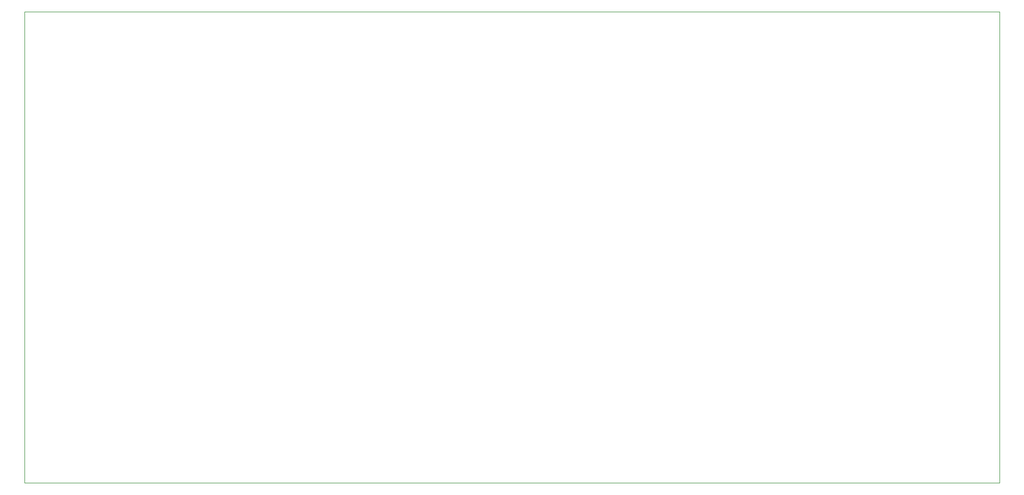
<source format=gbr>
%TF.GenerationSoftware,KiCad,Pcbnew,(6.0.9)*%
%TF.CreationDate,2023-03-15T23:45:40+00:00*%
%TF.ProjectId,GTI_V5,4754495f-5635-42e6-9b69-6361645f7063,rev?*%
%TF.SameCoordinates,Original*%
%TF.FileFunction,Profile,NP*%
%FSLAX46Y46*%
G04 Gerber Fmt 4.6, Leading zero omitted, Abs format (unit mm)*
G04 Created by KiCad (PCBNEW (6.0.9)) date 2023-03-15 23:45:40*
%MOMM*%
%LPD*%
G01*
G04 APERTURE LIST*
%TA.AperFunction,Profile*%
%ADD10C,0.100000*%
%TD*%
G04 APERTURE END LIST*
D10*
X50000000Y-50000000D02*
X205000000Y-50000000D01*
X205000000Y-50000000D02*
X205000000Y-125000000D01*
X205000000Y-125000000D02*
X50000000Y-125000000D01*
X50000000Y-125000000D02*
X50000000Y-50000000D01*
M02*

</source>
